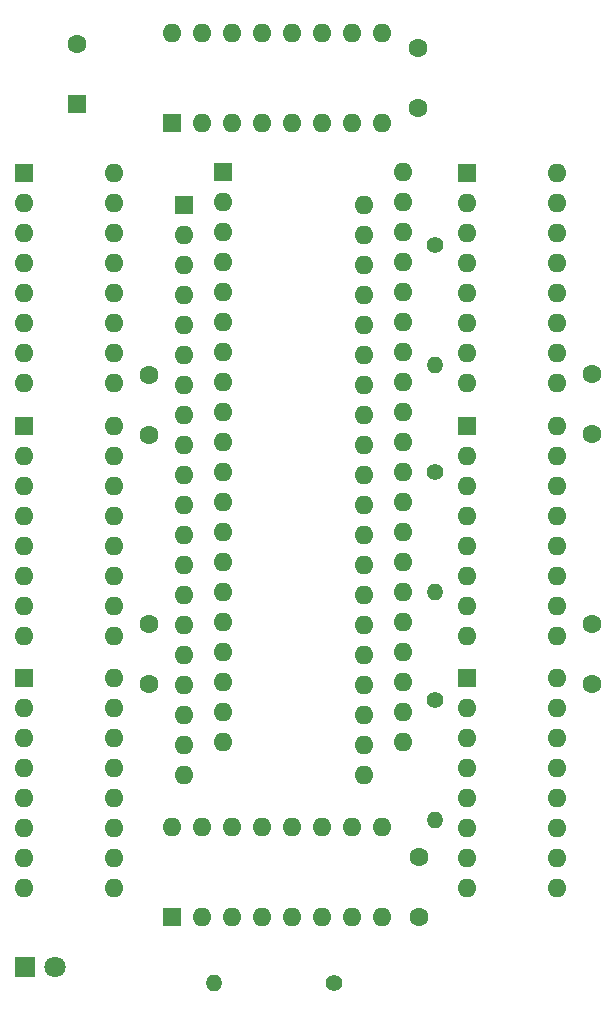
<source format=gbr>
%TF.GenerationSoftware,KiCad,Pcbnew,9.0.3*%
%TF.CreationDate,2025-10-30T22:20:45+00:00*%
%TF.ProjectId,TMSAdapterTC01,544d5341-6461-4707-9465-72544330312e,rev?*%
%TF.SameCoordinates,Original*%
%TF.FileFunction,Soldermask,Bot*%
%TF.FilePolarity,Negative*%
%FSLAX46Y46*%
G04 Gerber Fmt 4.6, Leading zero omitted, Abs format (unit mm)*
G04 Created by KiCad (PCBNEW 9.0.3) date 2025-10-30 22:20:45*
%MOMM*%
%LPD*%
G01*
G04 APERTURE LIST*
%ADD10O,1.600000X1.600000*%
%ADD11R,1.600000X1.600000*%
%ADD12C,1.600000*%
%ADD13C,1.400000*%
%ADD14O,1.400000X1.400000*%
%ADD15R,1.800000X1.800000*%
%ADD16C,1.800000*%
G04 APERTURE END LIST*
D10*
%TO.C,IC156*%
X35865000Y-43550000D03*
X35865000Y-46090000D03*
X35865000Y-48630000D03*
X35865000Y-51170000D03*
X35865000Y-53710000D03*
X35865000Y-56250000D03*
X35865000Y-58790000D03*
X35865000Y-61330000D03*
X28245000Y-61330000D03*
X28245000Y-58790000D03*
X28245000Y-56250000D03*
X28245000Y-53710000D03*
X28245000Y-51170000D03*
X28245000Y-48630000D03*
X28245000Y-46090000D03*
D11*
X28245000Y-43550000D03*
%TD*%
D12*
%TO.C,C152*%
X76360000Y-86840000D03*
X76360000Y-81760000D03*
%TD*%
D11*
%TO.C,IC154*%
X28245000Y-64920000D03*
D10*
X28245000Y-67460000D03*
X28245000Y-70000000D03*
X28245000Y-72540000D03*
X28245000Y-75080000D03*
X28245000Y-77620000D03*
X28245000Y-80160000D03*
X28245000Y-82700000D03*
X35865000Y-82700000D03*
X35865000Y-80160000D03*
X35865000Y-77620000D03*
X35865000Y-75080000D03*
X35865000Y-72540000D03*
X35865000Y-70000000D03*
X35865000Y-67460000D03*
X35865000Y-64920000D03*
%TD*%
D11*
%TO.C,IC158*%
X65760000Y-43550000D03*
D10*
X65760000Y-46090000D03*
X65760000Y-48630000D03*
X65760000Y-51170000D03*
X65760000Y-53710000D03*
X65760000Y-56250000D03*
X65760000Y-58790000D03*
X65760000Y-61330000D03*
X73380000Y-61330000D03*
X73380000Y-58790000D03*
X73380000Y-56250000D03*
X73380000Y-53710000D03*
X73380000Y-51170000D03*
X73380000Y-48630000D03*
X73380000Y-46090000D03*
X73380000Y-43550000D03*
%TD*%
D11*
%TO.C,IC151*%
X40740000Y-106570000D03*
D10*
X43280000Y-106570000D03*
X45820000Y-106570000D03*
X48360000Y-106570000D03*
X50900000Y-106570000D03*
X53440000Y-106570000D03*
X55980000Y-106570000D03*
X58520000Y-106570000D03*
X58520000Y-98950000D03*
X55980000Y-98950000D03*
X53440000Y-98950000D03*
X50900000Y-98950000D03*
X48360000Y-98950000D03*
X45820000Y-98950000D03*
X43280000Y-98950000D03*
X40740000Y-98950000D03*
%TD*%
D13*
%TO.C,R153*%
X63010000Y-49640000D03*
D14*
X63010000Y-59800000D03*
%TD*%
D15*
%TO.C,D150*%
X28360000Y-110755000D03*
D16*
X30900000Y-110755000D03*
%TD*%
D13*
%TO.C,R152*%
X63010000Y-68830000D03*
D14*
X63010000Y-78990000D03*
%TD*%
D11*
%TO.C,IC155*%
X65760000Y-64920000D03*
D10*
X65760000Y-67460000D03*
X65760000Y-70000000D03*
X65760000Y-72540000D03*
X65760000Y-75080000D03*
X65760000Y-77620000D03*
X65760000Y-80160000D03*
X65760000Y-82700000D03*
X73380000Y-82700000D03*
X73380000Y-80160000D03*
X73380000Y-77620000D03*
X73380000Y-75080000D03*
X73380000Y-72540000D03*
X73380000Y-70000000D03*
X73380000Y-67460000D03*
X73380000Y-64920000D03*
%TD*%
D12*
%TO.C,C153*%
X61690000Y-101470000D03*
X61690000Y-106550000D03*
%TD*%
D11*
%TO.C,IC157*%
X40740000Y-39325000D03*
D10*
X43280000Y-39325000D03*
X45820000Y-39325000D03*
X48360000Y-39325000D03*
X50900000Y-39325000D03*
X53440000Y-39325000D03*
X55980000Y-39325000D03*
X58520000Y-39325000D03*
X58520000Y-31705000D03*
X55980000Y-31705000D03*
X53440000Y-31705000D03*
X50900000Y-31705000D03*
X48360000Y-31705000D03*
X45820000Y-31705000D03*
X43280000Y-31705000D03*
X40740000Y-31705000D03*
%TD*%
D13*
%TO.C,R151*%
X63010000Y-88170000D03*
D14*
X63010000Y-98330000D03*
%TD*%
D11*
%TO.C,IC153*%
X65760000Y-86310000D03*
D10*
X65760000Y-88850000D03*
X65760000Y-91390000D03*
X65760000Y-93930000D03*
X65760000Y-96470000D03*
X65760000Y-99010000D03*
X65760000Y-101550000D03*
X65760000Y-104090000D03*
X73380000Y-104090000D03*
X73380000Y-101550000D03*
X73380000Y-99010000D03*
X73380000Y-96470000D03*
X73380000Y-93930000D03*
X73380000Y-91390000D03*
X73380000Y-88850000D03*
X73380000Y-86310000D03*
%TD*%
D11*
%TO.C,IC150*%
X41740000Y-46280000D03*
D10*
X41740000Y-48820000D03*
X41740000Y-51360000D03*
X41740000Y-53900000D03*
X41740000Y-56440000D03*
X41740000Y-58980000D03*
X41740000Y-61520000D03*
X41740000Y-64060000D03*
X41740000Y-66600000D03*
X41740000Y-69140000D03*
X41740000Y-71680000D03*
X41740000Y-74220000D03*
X41740000Y-76760000D03*
X41740000Y-79300000D03*
X41740000Y-81840000D03*
X41740000Y-84380000D03*
X41740000Y-86920000D03*
X41740000Y-89460000D03*
X41740000Y-92000000D03*
X41740000Y-94540000D03*
X56980000Y-94540000D03*
X56980000Y-92000000D03*
X56980000Y-89460000D03*
X56980000Y-86920000D03*
X56980000Y-84380000D03*
X56980000Y-81840000D03*
X56980000Y-79300000D03*
X56980000Y-76760000D03*
X56980000Y-74220000D03*
X56980000Y-71680000D03*
X56980000Y-69140000D03*
X56980000Y-66600000D03*
X56980000Y-64060000D03*
X56980000Y-61520000D03*
X56980000Y-58980000D03*
X56980000Y-56440000D03*
X56980000Y-53900000D03*
X56980000Y-51360000D03*
X56980000Y-48820000D03*
X56980000Y-46280000D03*
%TD*%
D13*
%TO.C,R150*%
X54450000Y-112080000D03*
D14*
X44290000Y-112080000D03*
%TD*%
D11*
%TO.C,C156*%
X32760000Y-37710000D03*
D12*
X32760000Y-32630000D03*
%TD*%
%TO.C,C154*%
X38850000Y-65760000D03*
X38850000Y-60680000D03*
%TD*%
%TO.C,C150*%
X61560000Y-38050000D03*
X61560000Y-32970000D03*
%TD*%
%TO.C,C155*%
X76360000Y-65640000D03*
X76360000Y-60560000D03*
%TD*%
%TO.C,C151*%
X38850000Y-86840000D03*
X38850000Y-81760000D03*
%TD*%
D11*
%TO.C,J150*%
X45110000Y-43430000D03*
D10*
X45110000Y-45970000D03*
X45110000Y-48510000D03*
X45110000Y-51050000D03*
X45110000Y-53590000D03*
X45110000Y-56130000D03*
X45110000Y-58670000D03*
X45110000Y-61210000D03*
X45110000Y-63750000D03*
X45110000Y-66290000D03*
X45110000Y-68830000D03*
X45110000Y-71370000D03*
X45110000Y-73910000D03*
X45110000Y-76450000D03*
X45110000Y-78990000D03*
X45110000Y-81530000D03*
X45110000Y-84070000D03*
X45110000Y-86610000D03*
X45110000Y-89150000D03*
X45110000Y-91690000D03*
X60350000Y-91690000D03*
X60350000Y-89150000D03*
X60350000Y-86610000D03*
X60350000Y-84070000D03*
X60350000Y-81530000D03*
X60350000Y-78990000D03*
X60350000Y-76450000D03*
X60350000Y-73910000D03*
X60350000Y-71370000D03*
X60350000Y-68830000D03*
X60350000Y-66290000D03*
X60350000Y-63750000D03*
X60350000Y-61210000D03*
X60350000Y-58670000D03*
X60350000Y-56130000D03*
X60350000Y-53590000D03*
X60350000Y-51050000D03*
X60350000Y-48510000D03*
X60350000Y-45970000D03*
X60350000Y-43430000D03*
%TD*%
%TO.C,IC152*%
X35865000Y-86310000D03*
X35865000Y-88850000D03*
X35865000Y-91390000D03*
X35865000Y-93930000D03*
X35865000Y-96470000D03*
X35865000Y-99010000D03*
X35865000Y-101550000D03*
X35865000Y-104090000D03*
X28245000Y-104090000D03*
X28245000Y-101550000D03*
X28245000Y-99010000D03*
X28245000Y-96470000D03*
X28245000Y-93930000D03*
X28245000Y-91390000D03*
X28245000Y-88850000D03*
D11*
X28245000Y-86310000D03*
%TD*%
M02*

</source>
